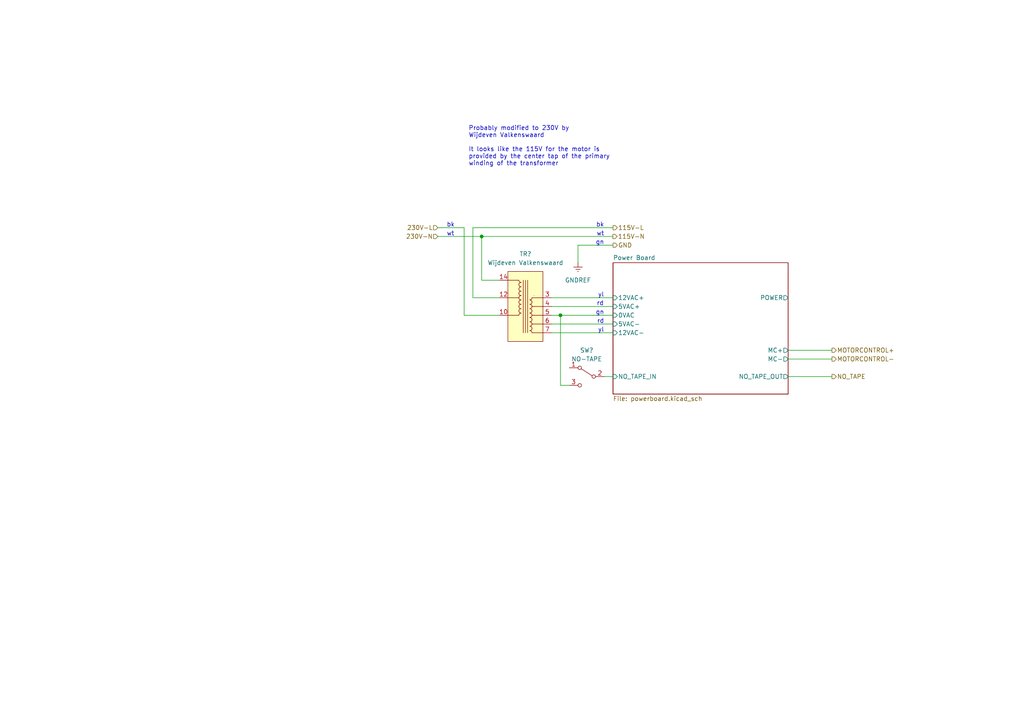
<source format=kicad_sch>
(kicad_sch (version 20211123) (generator eeschema)
  (paper "A4")
  (lib_symbols
    (symbol "Switch:SW_SPDT" (pin_names (offset 0) hide)
      (property "Reference" "SW" (at 0 4.318 0))
      (property "Value" "SW_SPDT" (at 0 -5.08 0))
      (symbol "SW_SPDT_0_0"
        (circle (center -2.032 0) (radius 0.508))
        (circle (center 2.032 -2.54) (radius 0.508))
      )
      (symbol "SW_SPDT_0_1"
        (polyline (pts (xy -1.524 0.254) (xy 1.651 2.286)))
        (circle (center 2.032 2.54) (radius 0.508))
      )
      (symbol "SW_SPDT_1_1"
        (pin passive line (at 5.08 2.54 180) (length 2.54) (name "A") (number "1"))
        (pin passive line (at -5.08 0 0) (length 2.54) (name "B") (number "2"))
        (pin passive line (at 5.08 -2.54 180) (length 2.54) (name "C") (number "3"))
      )
    )
    (symbol "parts:Power_Transformer"
      (property "Reference" "TR" (at 0 15.24 0))
      (property "Value" "Power_Transformer" (at 0 12.7 0))
      (symbol "Power_Transformer_0_1"
        (rectangle (start -5.08 10.16) (end 5.08 -10.16) (fill (type background)))
        (arc (start -1.905 -1.27) (mid -2.354 -2.354) (end -1.27 -1.905))
        (arc (start -1.905 0) (mid -2.354 -1.084) (end -1.27 -0.635))
        (arc (start -1.905 1.27) (mid -2.354 0.186) (end -1.27 0.635))
        (arc (start -1.905 2.54) (mid -2.354 1.456) (end -1.27 1.905))
        (arc (start -1.905 3.81) (mid -2.354 2.726) (end -1.27 3.175))
        (arc (start -1.905 5.08) (mid -2.354 3.996) (end -1.27 4.445))
        (arc (start -1.905 6.35) (mid -2.354 5.266) (end -1.27 5.715))
        (arc (start -1.905 7.62) (mid -2.354 6.536) (end -1.27 6.985))
        (arc (start -1.27 -1.905) (mid -2.354 -1.456) (end -1.905 -2.54))
        (arc (start -1.27 -0.635) (mid -2.354 -0.186) (end -1.905 -1.27))
        (arc (start -1.27 0.635) (mid -2.354 1.084) (end -1.905 0))
        (arc (start -1.27 1.905) (mid -2.354 2.354) (end -1.905 1.27))
        (arc (start -1.27 3.175) (mid -2.354 3.624) (end -1.905 2.54))
        (arc (start -1.27 4.445) (mid -2.354 4.894) (end -1.905 3.81))
        (arc (start -1.27 5.715) (mid -2.354 6.164) (end -1.905 5.08))
        (arc (start -1.27 6.985) (mid -2.354 7.434) (end -1.905 6.35))
        (polyline (pts (xy -5.08 7.62) (xy -1.905 7.62)))
        (polyline (pts (xy -1.905 -2.54) (xy -5.08 -2.54)))
        (polyline (pts (xy -1.905 2.54) (xy -5.08 2.54)))
        (polyline (pts (xy -0.635 7.62) (xy -0.635 -7.62)))
        (polyline (pts (xy 0 7.62) (xy 0 -7.62)))
        (polyline (pts (xy 0.635 7.62) (xy 0.635 -7.62)))
        (polyline (pts (xy 5.08 -7.62) (xy 1.905 -7.62)))
        (polyline (pts (xy 5.08 -5.08) (xy 1.905 -5.08)))
        (polyline (pts (xy 5.08 -2.54) (xy 1.905 -2.54)))
        (polyline (pts (xy 5.08 0) (xy 1.905 0)))
        (polyline (pts (xy 5.08 2.54) (xy 1.905 2.54)))
        (arc (start 1.27 -6.985) (mid 2.354 -7.434) (end 1.905 -6.35))
        (arc (start 1.27 -5.715) (mid 2.354 -6.164) (end 1.905 -5.08))
        (arc (start 1.27 -4.445) (mid 2.354 -4.894) (end 1.905 -3.81))
        (arc (start 1.27 -3.175) (mid 2.354 -3.624) (end 1.905 -2.54))
        (arc (start 1.27 -1.905) (mid 2.354 -2.354) (end 1.905 -1.27))
        (arc (start 1.27 -0.635) (mid 2.354 -1.084) (end 1.905 0))
        (arc (start 1.27 0.635) (mid 2.354 0.186) (end 1.905 1.27))
        (arc (start 1.27 1.905) (mid 2.354 1.456) (end 1.905 2.54))
        (arc (start 1.905 -7.62) (mid 2.354 -6.536) (end 1.27 -6.985))
        (arc (start 1.905 -6.35) (mid 2.354 -5.266) (end 1.27 -5.715))
        (arc (start 1.905 -5.08) (mid 2.354 -3.996) (end 1.27 -4.445))
        (arc (start 1.905 -3.81) (mid 2.354 -2.726) (end 1.27 -3.175))
        (arc (start 1.905 -2.54) (mid 2.354 -1.456) (end 1.27 -1.905))
        (arc (start 1.905 -1.27) (mid 2.354 -0.186) (end 1.27 -0.635))
        (arc (start 1.905 0) (mid 2.354 1.084) (end 1.27 0.635))
        (arc (start 1.905 1.27) (mid 2.354 2.354) (end 1.27 1.905))
        (arc (start 2.54 3.175) (mid 2.54 3.175) (end 2.54 3.175))
      )
      (symbol "Power_Transformer_1_1"
        (pin passive line (at -7.62 -2.54 0) (length 2.54) (name "") (number "10"))
        (pin passive line (at -7.62 2.54 0) (length 2.54) (name "") (number "12"))
        (pin passive line (at -7.62 7.62 0) (length 2.54) (name "") (number "14"))
        (pin passive line (at 7.62 2.54 180) (length 2.54) (name "") (number "3"))
        (pin passive line (at 7.62 0 180) (length 2.54) (name "") (number "4"))
        (pin passive line (at 7.62 -2.54 180) (length 2.54) (name "") (number "5"))
        (pin passive line (at 7.62 -5.08 180) (length 2.54) (name "") (number "6"))
        (pin passive line (at 7.62 -7.62 180) (length 2.54) (name "") (number "7"))
      )
    )
    (symbol "power:GNDREF" (power) (pin_names (offset 0))
      (property "Value" "GNDREF" (at 0 -3.81 0))
      (symbol "GNDREF_0_1"
        (polyline (pts (xy -0.635 -1.905) (xy 0.635 -1.905)))
        (polyline (pts (xy -0.127 -2.54) (xy 0.127 -2.54)))
        (polyline (pts (xy 0 -1.27) (xy 0 0)))
        (polyline (pts (xy 1.27 -1.27) (xy -1.27 -1.27)))
      )
      (symbol "GNDREF_1_1"
        (pin power_in line (at 0 0 270) (length 0) hide (name "GNDREF") (number "1"))
      )
    )
  )
  (junction (at 139.7 68.58))
  (junction (at 162.56 91.44))
  (wire (pts (xy 177.8 109.22) (xy 175.26 109.22)))
  (wire (pts (xy 162.56 91.44) (xy 177.8 91.44)))
  (wire (pts (xy 127 66.04) (xy 134.62 66.04)))
  (wire (pts (xy 139.7 68.58) (xy 177.8 68.58)))
  (wire (pts (xy 160.02 91.44) (xy 162.56 91.44)))
  (wire (pts (xy 228.6 109.22) (xy 241.3 109.22)))
  (wire (pts (xy 127 68.58) (xy 139.7 68.58)))
  (wire (pts (xy 162.56 91.44) (xy 162.56 111.76)))
  (wire (pts (xy 160.02 93.98) (xy 177.8 93.98)))
  (wire (pts (xy 137.16 86.36) (xy 137.16 66.04)))
  (wire (pts (xy 144.78 81.28) (xy 139.7 81.28)))
  (wire (pts (xy 160.02 96.52) (xy 177.8 96.52)))
  (wire (pts (xy 177.8 71.12) (xy 167.64 71.12)))
  (wire (pts (xy 134.62 66.04) (xy 134.62 91.44)))
  (wire (pts (xy 160.02 86.36) (xy 177.8 86.36)))
  (wire (pts (xy 165.1 111.76) (xy 162.56 111.76)))
  (wire (pts (xy 160.02 88.9) (xy 177.8 88.9)))
  (wire (pts (xy 167.64 71.12) (xy 167.64 76.2)))
  (wire (pts (xy 228.6 101.6) (xy 241.3 101.6)))
  (wire (pts (xy 134.62 91.44) (xy 144.78 91.44)))
  (wire (pts (xy 137.16 66.04) (xy 177.8 66.04)))
  (wire (pts (xy 228.6 104.14) (xy 241.3 104.14)))
  (wire (pts (xy 144.78 86.36) (xy 137.16 86.36)))
  (wire (pts (xy 139.7 68.58) (xy 139.7 81.28)))
  (text "gn" (at 175.26 91.44 180) (effects (font (size 1.27 1.27)) (justify right bottom)))
  (text "bk" (at 129.54 66.04 0) (effects (font (size 1.27 1.27)) (justify left bottom)))
  (text "bk" (at 175.26 66.04 180) (effects (font (size 1.27 1.27)) (justify right bottom)))
  (text "wt" (at 175.26 68.58 180) (effects (font (size 1.27 1.27)) (justify right bottom)))
  (text "yl" (at 175.26 96.52 180) (effects (font (size 1.27 1.27)) (justify right bottom)))
  (text "rd" (at 175.1722 88.817 180) (effects (font (size 1.27 1.27)) (justify right bottom)))
  (text "gn" (at 175.26 71.12 180) (effects (font (size 1.27 1.27)) (justify right bottom)))
  (text "wt" (at 129.54 68.58 0) (effects (font (size 1.27 1.27)) (justify left bottom)))
  (text "yl" (at 175.26 86.36 180) (effects (font (size 1.27 1.27)) (justify right bottom)))
  (text "Probably modified to 230V by \nWijdeven Valkenswaard\n\nIt looks like the 115V for the motor is \nprovided by the center tap of the primary\nwinding of the transformer" (at 135.89 48.26 0) (effects (font (size 1.27 1.27)) (justify left bottom)))
  (text "rd" (at 175.26 93.98 180) (effects (font (size 1.27 1.27)) (justify right bottom)))
  (hierarchical_label "MOTORCONTROL-" (shape output) (at 241.3 104.14 0))
  (hierarchical_label "MOTORCONTROL+" (shape output) (at 241.3 101.6 0))
  (hierarchical_label "GND" (shape output) (at 177.8 71.12 0))
  (hierarchical_label "230V-L" (shape input) (at 127 66.04 180))
  (hierarchical_label "230V-N" (shape input) (at 127 68.58 180))
  (hierarchical_label "115V-L" (shape output) (at 177.8 66.04 0))
  (hierarchical_label "115V-N" (shape output) (at 177.745 68.58 0))
  (hierarchical_label "NO_TAPE" (shape output) (at 241.3 109.22 0))
  (symbol (lib_id "Switch:SW_SPDT") (at 170.18 109.22 0) (mirror y) (unit 1)
    (property "Reference" "SW?" (at 170.18 101.6 0))
    (property "Value" "NO-TAPE" (at 170.18 104.14 0))
  )
  (symbol (lib_id "parts:Power_Transformer") (at 152.4 88.9 0) (unit 1)
    (property "Reference" "TR?" (at 152.4 73.66 0))
    (property "Value" "Wijdeven Valkenswaard" (at 152.4 76.2 0))
  )
  (symbol (lib_id "power:GNDREF") (at 167.64 76.2 0) (unit 1)
    (property "Reference" "#PWR?" (effects hide))
    (property "Value" "GNDREF" (at 167.64 81.28 0))
  )
  (sheet (at 177.8 76.2) (size 50.8 38.1) (stroke (width 0.1524))
    (property "Sheet name" "Power Board" (at 177.8 75.4884 0) (effects (justify left bottom)))
    (property "Sheet file" "powerboard.kicad_sch" (at 177.8 114.8846 0) (effects (justify left top)))
    (pin "MC+" output (at 228.6 101.6 0))
    (pin "MC-" output (at 228.6 104.14 0))
    (pin "5VAC-" input (at 177.8 93.98 180))
    (pin "12VAC+" input (at 177.8 86.36 180))
    (pin "5VAC+" input (at 177.8 88.9 180))
    (pin "0VAC" input (at 177.8 91.44 180))
    (pin "12VAC-" input (at 177.8 96.52 180))
    (pin "NO_TAPE_IN" input (at 177.8 109.22 180))
    (pin "POWER" output (at 228.6 86.36 0))
    (pin "NO_TAPE_OUT" output (at 228.6 109.22 0))
  )
)
</source>
